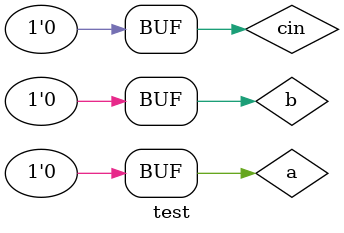
<source format=v>
`timescale 1ns / 1ps


module test;

	// Inputs
	reg a;
	reg b;
	reg cin;

	// Outputs
	wire sum;
	wire cout;

	// Instantiate the Unit Under Test (UUT)
	full uut (
		.a(a), 
		.b(b), 
		.cin(cin), 
		.sum(sum), 
		.cout(cout)
	);

	initial begin
		// Initialize Inputs
		a = 0;
		b = 0;
		cin = 0;

		// Wait 100 ns for global reset to finish
		#100;
        
		// Add stimulus here

	end
      
endmodule


</source>
